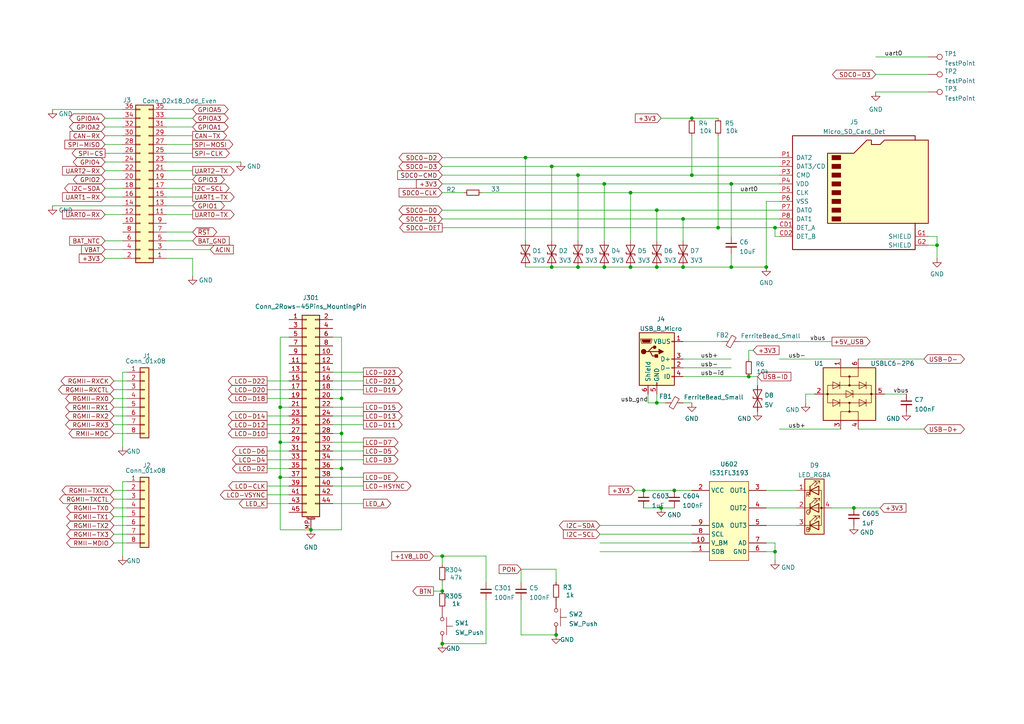
<source format=kicad_sch>
(kicad_sch (version 20211123) (generator eeschema)
  (paper "A4")
  (lib_symbols
    (symbol "Connector:TestPoint" (pin_numbers hide) (pin_names (offset 0.762) hide)
      (property "Reference" "TP" (at 0 6.858 0))
      (property "Value" "TestPoint" (at 0 5.08 0))
      (symbol "TestPoint_1_1"
        (pin passive line (at 0 0 90) (length 2.54) (name "1") (number "1"))
      )
    )
    (symbol "Connector:USB_B_Micro" (pin_names (offset 1.016))
      (property "Reference" "J" (at -5.08 11.43 0))
      (property "Value" "USB_B_Micro" (at -5.08 8.89 0))
      (symbol "USB_B_Micro_1_1"
        (pin power_out line (at 7.62 5.08 180) (length 2.54) (name "VBUS") (number "1"))
        (pin bidirectional line (at 7.62 -2.54 180) (length 2.54) (name "D-") (number "2"))
        (pin bidirectional line (at 7.62 0 180) (length 2.54) (name "D+") (number "3"))
        (pin passive line (at 7.62 -5.08 180) (length 2.54) (name "ID") (number "4"))
        (pin power_out line (at 0 -10.16 90) (length 2.54) (name "GND") (number "5"))
        (pin passive line (at -2.54 -10.16 90) (length 2.54) (name "Shield") (number "6"))
      )
    )
    (symbol "Connector_Generic:Conn_01x08" (pin_names (offset 1.016) hide)
      (property "Reference" "J" (at 0 10.16 0))
      (property "Value" "Conn_01x08" (at 0 -12.7 0))
      (symbol "Conn_01x08_1_1"
        (pin passive line (at -5.08 7.62 0) (length 3.81) (name "Pin_1") (number "1"))
        (pin passive line (at -5.08 5.08 0) (length 3.81) (name "Pin_2") (number "2"))
        (pin passive line (at -5.08 2.54 0) (length 3.81) (name "Pin_3") (number "3"))
        (pin passive line (at -5.08 0 0) (length 3.81) (name "Pin_4") (number "4"))
        (pin passive line (at -5.08 -2.54 0) (length 3.81) (name "Pin_5") (number "5"))
        (pin passive line (at -5.08 -5.08 0) (length 3.81) (name "Pin_6") (number "6"))
        (pin passive line (at -5.08 -7.62 0) (length 3.81) (name "Pin_7") (number "7"))
        (pin passive line (at -5.08 -10.16 0) (length 3.81) (name "Pin_8") (number "8"))
      )
    )
    (symbol "Connector_Generic:Conn_02x18_Odd_Even" (pin_names (offset 1.016) hide)
      (property "Reference" "J" (at 1.27 22.86 0))
      (property "Value" "Conn_02x18_Odd_Even" (at 1.27 -25.4 0))
      (symbol "Conn_02x18_Odd_Even_1_1"
        (pin passive line (at -5.08 20.32 0) (length 3.81) (name "Pin_1") (number "1"))
        (pin passive line (at 7.62 10.16 180) (length 3.81) (name "Pin_10") (number "10"))
        (pin passive line (at -5.08 7.62 0) (length 3.81) (name "Pin_11") (number "11"))
        (pin passive line (at 7.62 7.62 180) (length 3.81) (name "Pin_12") (number "12"))
        (pin passive line (at -5.08 5.08 0) (length 3.81) (name "Pin_13") (number "13"))
        (pin passive line (at 7.62 5.08 180) (length 3.81) (name "Pin_14") (number "14"))
        (pin passive line (at -5.08 2.54 0) (length 3.81) (name "Pin_15") (number "15"))
        (pin passive line (at 7.62 2.54 180) (length 3.81) (name "Pin_16") (number "16"))
        (pin passive line (at -5.08 0 0) (length 3.81) (name "Pin_17") (number "17"))
        (pin passive line (at 7.62 0 180) (length 3.81) (name "Pin_18") (number "18"))
        (pin passive line (at -5.08 -2.54 0) (length 3.81) (name "Pin_19") (number "19"))
        (pin passive line (at 7.62 20.32 180) (length 3.81) (name "Pin_2") (number "2"))
        (pin passive line (at 7.62 -2.54 180) (length 3.81) (name "Pin_20") (number "20"))
        (pin passive line (at -5.08 -5.08 0) (length 3.81) (name "Pin_21") (number "21"))
        (pin passive line (at 7.62 -5.08 180) (length 3.81) (name "Pin_22") (number "22"))
        (pin passive line (at -5.08 -7.62 0) (length 3.81) (name "Pin_23") (number "23"))
        (pin passive line (at 7.62 -7.62 180) (length 3.81) (name "Pin_24") (number "24"))
        (pin passive line (at -5.08 -10.16 0) (length 3.81) (name "Pin_25") (number "25"))
        (pin passive line (at 7.62 -10.16 180) (length 3.81) (name "Pin_26") (number "26"))
        (pin passive line (at -5.08 -12.7 0) (length 3.81) (name "Pin_27") (number "27"))
        (pin passive line (at 7.62 -12.7 180) (length 3.81) (name "Pin_28") (number "28"))
        (pin passive line (at -5.08 -15.24 0) (length 3.81) (name "Pin_29") (number "29"))
        (pin passive line (at -5.08 17.78 0) (length 3.81) (name "Pin_3") (number "3"))
        (pin passive line (at 7.62 -15.24 180) (length 3.81) (name "Pin_30") (number "30"))
        (pin passive line (at -5.08 -17.78 0) (length 3.81) (name "Pin_31") (number "31"))
        (pin passive line (at 7.62 -17.78 180) (length 3.81) (name "Pin_32") (number "32"))
        (pin passive line (at -5.08 -20.32 0) (length 3.81) (name "Pin_33") (number "33"))
        (pin passive line (at 7.62 -20.32 180) (length 3.81) (name "Pin_34") (number "34"))
        (pin passive line (at -5.08 -22.86 0) (length 3.81) (name "Pin_35") (number "35"))
        (pin passive line (at 7.62 -22.86 180) (length 3.81) (name "Pin_36") (number "36"))
        (pin passive line (at 7.62 17.78 180) (length 3.81) (name "Pin_4") (number "4"))
        (pin passive line (at -5.08 15.24 0) (length 3.81) (name "Pin_5") (number "5"))
        (pin passive line (at 7.62 15.24 180) (length 3.81) (name "Pin_6") (number "6"))
        (pin passive line (at -5.08 12.7 0) (length 3.81) (name "Pin_7") (number "7"))
        (pin passive line (at 7.62 12.7 180) (length 3.81) (name "Pin_8") (number "8"))
        (pin passive line (at -5.08 10.16 0) (length 3.81) (name "Pin_9") (number "9"))
      )
    )
    (symbol "Connector_Generic_MountingPin:Conn_2Rows-45Pins_MountingPin" (pin_names (offset 1.016) hide)
      (property "Reference" "J" (at 1.27 30.48 0))
      (property "Value" "Conn_2Rows-45Pins_MountingPin" (at 2.54 -30.48 0))
      (symbol "Conn_2Rows-45Pins_MountingPin_1_1"
        (text "Mounting" (at 1.27 -29.591 0) (effects (font (size 0.381 0.381))))
        (pin passive line (at -5.08 27.94 0) (length 3.81) (name "Pin_1") (number "1"))
        (pin passive line (at 7.62 17.78 180) (length 3.81) (name "Pin_10") (number "10"))
        (pin passive line (at -5.08 15.24 0) (length 3.81) (name "Pin_11") (number "11"))
        (pin passive line (at 7.62 15.24 180) (length 3.81) (name "Pin_12") (number "12"))
        (pin passive line (at -5.08 12.7 0) (length 3.81) (name "Pin_13") (number "13"))
        (pin passive line (at 7.62 12.7 180) (length 3.81) (name "Pin_14") (number "14"))
        (pin passive line (at -5.08 10.16 0) (length 3.81) (name "Pin_15") (number "15"))
        (pin passive line (at 7.62 10.16 180) (length 3.81) (name "Pin_16") (number "16"))
        (pin passive line (at -5.08 7.62 0) (length 3.81) (name "Pin_17") (number "17"))
        (pin passive line (at 7.62 7.62 180) (length 3.81) (name "Pin_18") (number "18"))
        (pin passive line (at -5.08 5.08 0) (length 3.81) (name "Pin_19") (number "19"))
        (pin passive line (at 7.62 27.94 180) (length 3.81) (name "Pin_2") (number "2"))
        (pin passive line (at 7.62 5.08 180) (length 3.81) (name "Pin_20") (number "20"))
        (pin passive line (at -5.08 2.54 0) (length 3.81) (name "Pin_21") (number "21"))
        (pin passive line (at 7.62 2.54 180) (length 3.81) (name "Pin_22") (number "22"))
        (pin passive line (at -5.08 0 0) (length 3.81) (name "Pin_23") (number "23"))
        (pin passive line (at 7.62 0 180) (length 3.81) (name "Pin_24") (number "24"))
        (pin passive line (at -5.08 -2.54 0) (length 3.81) (name "Pin_25") (number "25"))
        (pin passive line (at 7.62 -2.54 180) (length 3.81) (name "Pin_26") (number "26"))
        (pin passive line (at -5.08 -5.08 0) (length 3.81) (name "Pin_27") (number "27"))
        (pin passive line (at 7.62 -5.08 180) (length 3.81) (name "Pin_28") (number "28"))
        (pin passive line (at -5.08 -7.62 0) (length 3.81) (name "Pin_29") (number "29"))
        (pin passive line (at -5.08 25.4 0) (length 3.81) (name "Pin_3") (number "3"))
        (pin passive line (at 7.62 -7.62 180) (length 3.81) (name "Pin_30") (number "30"))
        (pin passive line (at -5.08 -10.16 0) (length 3.81) (name "Pin_31") (number "31"))
        (pin passive line (at 7.62 -10.16 180) (length 3.81) (name "Pin_32") (number "32"))
        (pin passive line (at -5.08 -12.7 0) (length 3.81) (name "Pin_33") (number "33"))
        (pin passive line (at 7.62 -12.7 180) (length 3.81) (name "Pin_34") (number "34"))
        (pin passive line (at -5.08 -15.24 0) (length 3.81) (name "Pin_35") (number "35"))
        (pin passive line (at 7.62 -15.24 180) (length 3.81) (name "Pin_36") (number "36"))
        (pin passive line (at -5.08 -17.78 0) (length 3.81) (name "Pin_37") (number "37"))
        (pin passive line (at 7.62 -17.78 180) (length 3.81) (name "Pin_38") (number "38"))
        (pin passive line (at -5.08 -20.32 0) (length 3.81) (name "Pin_39") (number "39"))
        (pin passive line (at 7.62 25.4 180) (length 3.81) (name "Pin_4") (number "4"))
        (pin passive line (at 7.62 -20.32 180) (length 3.81) (name "Pin_40") (number "40"))
        (pin passive line (at -5.08 -22.86 0) (length 3.81) (name "Pin_41") (number "41"))
        (pin passive line (at 7.62 -22.86 180) (length 3.81) (name "Pin_42") (number "42"))
        (pin passive line (at -5.08 -25.4 0) (length 3.81) (name "Pin_43") (number "43"))
        (pin passive line (at 7.62 -25.4 180) (length 3.81) (name "Pin_44") (number "44"))
        (pin passive line (at -5.08 -27.94 0) (length 3.81) (name "Pin_45") (number "45"))
        (pin passive line (at -5.08 22.86 0) (length 3.81) (name "Pin_5") (number "5"))
        (pin passive line (at 7.62 22.86 180) (length 3.81) (name "Pin_6") (number "6"))
        (pin passive line (at -5.08 20.32 0) (length 3.81) (name "Pin_7") (number "7"))
        (pin passive line (at 7.62 20.32 180) (length 3.81) (name "Pin_8") (number "8"))
        (pin passive line (at -5.08 17.78 0) (length 3.81) (name "Pin_9") (number "9"))
        (pin passive line (at 1.27 -33.02 90) (length 3.048) (name "MountPin") (number "MP"))
      )
    )
    (symbol "Device:C_Small" (pin_numbers hide) (pin_names (offset 0.254) hide)
      (property "Reference" "C" (at 0.254 1.778 0))
      (property "Value" "C_Small" (at 0.254 -2.032 0))
      (symbol "C_Small_1_1"
        (pin passive line (at 0 2.54 270) (length 2.032) (name "~") (number "1"))
        (pin passive line (at 0 -2.54 90) (length 2.032) (name "~") (number "2"))
      )
    )
    (symbol "Device:FerriteBead_Small" (pin_numbers hide) (pin_names (offset 0))
      (property "Reference" "FB" (at 1.905 1.27 0))
      (property "Value" "FerriteBead_Small" (at 1.905 -1.27 0))
      (symbol "FerriteBead_Small_1_1"
        (pin passive line (at 0 2.54 270) (length 1.27) (name "~") (number "1"))
        (pin passive line (at 0 -2.54 90) (length 1.27) (name "~") (number "2"))
      )
    )
    (symbol "Device:LED_RGBA" (pin_names (offset 0) hide)
      (property "Reference" "D" (at 0 9.398 0))
      (property "Value" "LED_RGBA" (at 0 -8.89 0))
      (symbol "LED_RGBA_0_0"
        (text "B" (at -1.905 -6.35 0) (effects (font (size 1.27 1.27))))
        (text "G" (at -1.905 -1.27 0) (effects (font (size 1.27 1.27))))
        (text "R" (at -1.905 3.81 0) (effects (font (size 1.27 1.27))))
      )
      (symbol "LED_RGBA_1_1"
        (pin passive line (at -5.08 5.08 0) (length 2.54) (name "RK") (number "1"))
        (pin passive line (at -5.08 0 0) (length 2.54) (name "GK") (number "2"))
        (pin passive line (at -5.08 -5.08 0) (length 2.54) (name "BK") (number "3"))
        (pin passive line (at 5.08 0 180) (length 2.54) (name "A") (number "4"))
      )
    )
    (symbol "Device:R_Small" (pin_numbers hide) (pin_names (offset 0.254) hide)
      (property "Reference" "R" (at 0.762 0.508 0))
      (property "Value" "R_Small" (at 0.762 -1.016 0))
      (symbol "R_Small_1_1"
        (pin passive line (at 0 2.54 270) (length 0.762) (name "~") (number "1"))
        (pin passive line (at 0 -2.54 90) (length 0.762) (name "~") (number "2"))
      )
    )
    (symbol "Diode:ESD9B3.3ST5G" (pin_numbers hide) (pin_names (offset 1.016) hide)
      (property "Reference" "D" (at 0 2.54 0))
      (property "Value" "ESD9B3.3ST5G" (at 0 -2.54 0))
      (symbol "ESD9B3.3ST5G_1_1"
        (pin passive line (at -3.81 0 0) (length 2.54) (name "A1") (number "1"))
        (pin passive line (at 3.81 0 180) (length 2.54) (name "A2") (number "2"))
      )
    )
    (symbol "Power_Protection:USBLC6-2P6" (pin_names hide)
      (property "Reference" "U" (at 2.54 8.89 0))
      (property "Value" "USBLC6-2P6" (at 2.54 -8.89 0))
      (symbol "USBLC6-2P6_1_1"
        (pin passive line (at -10.16 -2.54 0) (length 2.54) (name "I/O1") (number "1"))
        (pin passive line (at 0 -10.16 90) (length 2.54) (name "GND") (number "2"))
        (pin passive line (at 10.16 -2.54 180) (length 2.54) (name "I/O2") (number "3"))
        (pin passive line (at 10.16 2.54 180) (length 2.54) (name "I/O2") (number "4"))
        (pin passive line (at 0 10.16 270) (length 2.54) (name "VBUS") (number "5"))
        (pin passive line (at -10.16 2.54 0) (length 2.54) (name "I/O1") (number "6"))
      )
    )
    (symbol "Switch:SW_Push" (pin_numbers hide) (pin_names (offset 1.016) hide)
      (property "Reference" "SW" (at 1.27 2.54 0))
      (property "Value" "SW_Push" (at 0 -1.524 0))
      (symbol "SW_Push_0_1"
        (pin passive line (at -5.08 0 0) (length 2.54) (name "1") (number "1"))
        (pin passive line (at 5.08 0 180) (length 2.54) (name "2") (number "2"))
      )
    )
    (symbol "gct:Micro_SD_Card_Det" (pin_names (offset 1.016))
      (property "Reference" "J" (at -16.51 17.78 0))
      (property "Value" "Micro_SD_Card_Det" (at 16.51 17.78 0))
      (symbol "Micro_SD_Card_Det_1_1"
        (pin passive line (at -22.86 -10.16 0) (length 3.81) (name "DET_A") (number "CD1"))
        (pin passive line (at -22.86 -12.7 0) (length 3.81) (name "DET_B") (number "CD2"))
        (pin passive line (at 20.32 -12.7 180) (length 3.81) (name "SHIELD") (number "G1"))
        (pin passive line (at 20.32 -15.24 180) (length 3.81) (name "SHIELD") (number "G2"))
        (pin bidirectional line (at -22.86 10.16 0) (length 3.81) (name "DAT2") (number "P1"))
        (pin bidirectional line (at -22.86 7.62 0) (length 3.81) (name "DAT3/CD") (number "P2"))
        (pin input line (at -22.86 5.08 0) (length 3.81) (name "CMD") (number "P3"))
        (pin power_in line (at -22.86 2.54 0) (length 3.81) (name "VDD") (number "P4"))
        (pin input line (at -22.86 0 0) (length 3.81) (name "CLK") (number "P5"))
        (pin power_in line (at -22.86 -2.54 0) (length 3.81) (name "VSS") (number "P6"))
        (pin bidirectional line (at -22.86 -5.08 0) (length 3.81) (name "DAT0") (number "P7"))
        (pin bidirectional line (at -22.86 -7.62 0) (length 3.81) (name "DAT1") (number "P8"))
      )
    )
    (symbol "issi:IS31FL3193"
      (property "Reference" "U" (at 0 6.35 0))
      (property "Value" "IS31FL3193" (at 0 3.81 0))
      (symbol "IS31FL3193_1_1"
        (pin input line (at -11.43 -20.32 0) (length 5.08) (name "SDB") (number "1"))
        (pin input line (at -11.43 -17.78 0) (length 5.08) (name "V_BM") (number "10"))
        (pin input line (at 10.16 -20.32 180) (length 5.08) hide (name "GND") (number "11"))
        (pin input line (at -11.43 -2.54 0) (length 5.08) (name "VCC") (number "2"))
        (pin input line (at 10.16 -2.54 180) (length 5.08) (name "OUT1") (number "3"))
        (pin input line (at 10.16 -7.62 180) (length 5.08) (name "OUT2") (number "4"))
        (pin input line (at 10.16 -12.7 180) (length 5.08) (name "OUT3") (number "5"))
        (pin input line (at 10.16 -20.32 180) (length 5.08) (name "GND") (number "6"))
        (pin input line (at 10.16 -17.78 180) (length 5.08) (name "AD") (number "7"))
        (pin input line (at -11.43 -15.24 0) (length 5.08) (name "SCL") (number "8"))
        (pin input line (at -11.43 -12.7 0) (length 5.08) (name "SDA") (number "9"))
      )
    )
    (symbol "power:GND" (power) (pin_names (offset 0))
      (property "Value" "GND" (at 0 -3.81 0))
      (symbol "GND_1_1"
        (pin power_in line (at 0 0 270) (length 0) hide (name "GND") (number "1"))
      )
    )
  )
  (junction (at 161.29 184.15))
  (junction (at 198.12 63.5) (diameter 0.9144))
  (junction (at 175.26 53.34) (diameter 0.9144))
  (junction (at 175.26 77.47) (diameter 0.9144))
  (junction (at 167.64 77.47) (diameter 0.9144))
  (junction (at 224.79 66.04) (diameter 0.9144))
  (junction (at 200.66 50.8) (diameter 0.9144))
  (junction (at 190.5 77.47) (diameter 0.9144))
  (junction (at 208.28 66.04) (diameter 0.9144))
  (junction (at 271.78 71.12) (diameter 0.9144))
  (junction (at 160.02 48.26) (diameter 0.9144))
  (junction (at 152.4 45.72) (diameter 0.9144))
  (junction (at 198.12 77.47) (diameter 0.9144))
  (junction (at 212.09 77.47) (diameter 0.9144))
  (junction (at 195.58 142.24))
  (junction (at 160.02 77.47) (diameter 0.9144))
  (junction (at 182.88 55.88) (diameter 0.9144))
  (junction (at 99.06 125.73))
  (junction (at 217.17 109.22))
  (junction (at 190.5 116.84) (diameter 0.9144))
  (junction (at 128.27 161.29))
  (junction (at 99.06 115.57))
  (junction (at 191.77 147.32))
  (junction (at 81.28 128.27))
  (junction (at 212.09 53.34) (diameter 0.9144))
  (junction (at 222.25 77.47) (diameter 0.9144))
  (junction (at 224.79 160.02))
  (junction (at 167.64 50.8) (diameter 0.9144))
  (junction (at 200.66 34.29))
  (junction (at 186.69 142.24))
  (junction (at 81.28 138.43))
  (junction (at 128.27 171.45))
  (junction (at 128.27 186.69))
  (junction (at 99.06 135.89))
  (junction (at 81.28 118.11))
  (junction (at 182.88 77.47) (diameter 0.9144))
  (junction (at 190.5 60.96) (diameter 0.9144))
  (junction (at 247.65 147.32))
  (junction (at 90.17 153.67))
  (wire (pts (xy 160.02 77.47) (xy 167.64 77.47)))
  (wire (pts (xy 33.02 157.48) (xy 36.83 157.48)))
  (wire (pts (xy 30.48 44.45) (xy 35.56 44.45)))
  (wire (pts (xy 30.48 54.61) (xy 35.56 54.61)))
  (wire (pts (xy 48.26 41.91) (xy 55.88 41.91)))
  (wire (pts (xy 96.52 140.97) (xy 105.41 140.97)))
  (wire (pts (xy 96.52 97.79) (xy 99.06 97.79)))
  (wire (pts (xy 248.92 104.14) (xy 267.97 104.14)))
  (wire (pts (xy 198.12 109.22) (xy 217.17 109.22)))
  (wire (pts (xy 77.47 140.97) (xy 83.82 140.97)))
  (wire (pts (xy 151.13 184.15) (xy 161.29 184.15)))
  (wire (pts (xy 33.02 154.94) (xy 36.83 154.94)))
  (wire (pts (xy 190.5 116.84) (xy 193.04 116.84)))
  (wire (pts (xy 99.06 125.73) (xy 99.06 135.89)))
  (wire (pts (xy 77.47 125.73) (xy 83.82 125.73)))
  (wire (pts (xy 96.52 125.73) (xy 99.06 125.73)))
  (wire (pts (xy 226.06 104.14) (xy 243.84 104.14)))
  (wire (pts (xy 30.48 36.83) (xy 35.56 36.83)))
  (wire (pts (xy 187.96 114.3) (xy 187.96 116.84)))
  (wire (pts (xy 254 26.67) (xy 269.24 26.67)))
  (wire (pts (xy 160.02 48.26) (xy 226.06 48.26)))
  (wire (pts (xy 33.02 149.86) (xy 36.83 149.86)))
  (wire (pts (xy 30.48 49.53) (xy 35.56 49.53)))
  (wire (pts (xy 81.28 138.43) (xy 81.28 153.67)))
  (wire (pts (xy 125.73 171.45) (xy 128.27 171.45)))
  (wire (pts (xy 48.26 59.69) (xy 55.88 59.69)))
  (wire (pts (xy 81.28 138.43) (xy 83.82 138.43)))
  (wire (pts (xy 33.02 118.11) (xy 36.83 118.11)))
  (wire (pts (xy 224.79 160.02) (xy 224.79 162.56)))
  (wire (pts (xy 222.25 157.48) (xy 224.79 157.48)))
  (wire (pts (xy 224.79 157.48) (xy 224.79 160.02)))
  (wire (pts (xy 96.52 107.95) (xy 105.41 107.95)))
  (wire (pts (xy 173.99 154.94) (xy 200.66 154.94)))
  (wire (pts (xy 214.63 99.06) (xy 241.3 99.06)))
  (wire (pts (xy 30.48 62.23) (xy 35.56 62.23)))
  (wire (pts (xy 99.06 153.67) (xy 90.17 153.67)))
  (wire (pts (xy 48.26 46.99) (xy 69.85 46.99)))
  (wire (pts (xy 33.02 113.03) (xy 36.83 113.03)))
  (wire (pts (xy 187.96 116.84) (xy 190.5 116.84)))
  (wire (pts (xy 99.06 115.57) (xy 99.06 125.73)))
  (wire (pts (xy 48.26 54.61) (xy 55.88 54.61)))
  (wire (pts (xy 77.47 130.81) (xy 83.82 130.81)))
  (wire (pts (xy 48.26 39.37) (xy 55.88 39.37)))
  (wire (pts (xy 173.99 157.48) (xy 200.66 157.48)))
  (wire (pts (xy 139.7 55.88) (xy 182.88 55.88)))
  (wire (pts (xy 30.48 69.85) (xy 35.56 69.85)))
  (wire (pts (xy 48.26 57.15) (xy 55.88 57.15)))
  (wire (pts (xy 152.4 45.72) (xy 226.06 45.72)))
  (wire (pts (xy 128.27 55.88) (xy 134.62 55.88)))
  (wire (pts (xy 96.52 120.65) (xy 105.41 120.65)))
  (wire (pts (xy 271.78 71.12) (xy 271.78 74.93)))
  (wire (pts (xy 33.02 123.19) (xy 36.83 123.19)))
  (wire (pts (xy 99.06 135.89) (xy 99.06 153.67)))
  (wire (pts (xy 198.12 77.47) (xy 212.09 77.47)))
  (wire (pts (xy 15.24 31.75) (xy 35.56 31.75)))
  (wire (pts (xy 48.26 67.31) (xy 55.88 67.31)))
  (wire (pts (xy 81.28 118.11) (xy 83.82 118.11)))
  (wire (pts (xy 226.06 58.42) (xy 222.25 58.42)))
  (wire (pts (xy 161.29 168.91) (xy 161.29 165.1)))
  (wire (pts (xy 167.64 50.8) (xy 200.66 50.8)))
  (wire (pts (xy 198.12 104.14) (xy 212.09 104.14)))
  (wire (pts (xy 15.24 59.69) (xy 35.56 59.69)))
  (wire (pts (xy 167.64 77.47) (xy 175.26 77.47)))
  (wire (pts (xy 217.17 104.14) (xy 217.17 101.6)))
  (wire (pts (xy 191.77 34.29) (xy 200.66 34.29)))
  (wire (pts (xy 161.29 165.1) (xy 151.13 165.1)))
  (wire (pts (xy 48.26 74.93) (xy 55.88 74.93)))
  (wire (pts (xy 128.27 186.69) (xy 140.97 186.69)))
  (wire (pts (xy 140.97 186.69) (xy 140.97 173.99)))
  (wire (pts (xy 48.26 72.39) (xy 60.96 72.39)))
  (wire (pts (xy 233.68 114.3) (xy 233.68 116.84)))
  (wire (pts (xy 200.66 50.8) (xy 226.06 50.8)))
  (wire (pts (xy 96.52 118.11) (xy 105.41 118.11)))
  (wire (pts (xy 224.79 68.58) (xy 224.79 66.04)))
  (wire (pts (xy 96.52 138.43) (xy 105.41 138.43)))
  (wire (pts (xy 81.28 153.67) (xy 90.17 153.67)))
  (wire (pts (xy 208.28 66.04) (xy 224.79 66.04)))
  (wire (pts (xy 36.83 107.95) (xy 35.56 107.95)))
  (wire (pts (xy 151.13 173.99) (xy 151.13 184.15)))
  (wire (pts (xy 96.52 135.89) (xy 99.06 135.89)))
  (wire (pts (xy 175.26 77.47) (xy 182.88 77.47)))
  (wire (pts (xy 175.26 53.34) (xy 175.26 69.85)))
  (wire (pts (xy 81.28 118.11) (xy 81.28 128.27)))
  (wire (pts (xy 222.25 152.4) (xy 231.14 152.4)))
  (wire (pts (xy 128.27 161.29) (xy 128.27 163.83)))
  (wire (pts (xy 212.09 77.47) (xy 222.25 77.47)))
  (wire (pts (xy 198.12 99.06) (xy 209.55 99.06)))
  (wire (pts (xy 33.02 120.65) (xy 36.83 120.65)))
  (wire (pts (xy 77.47 146.05) (xy 83.82 146.05)))
  (wire (pts (xy 224.79 66.04) (xy 226.06 66.04)))
  (wire (pts (xy 198.12 106.68) (xy 212.09 106.68)))
  (wire (pts (xy 167.64 50.8) (xy 167.64 69.85)))
  (wire (pts (xy 48.26 52.07) (xy 55.88 52.07)))
  (wire (pts (xy 77.47 110.49) (xy 83.82 110.49)))
  (wire (pts (xy 254 21.59) (xy 269.24 21.59)))
  (wire (pts (xy 152.4 77.47) (xy 160.02 77.47)))
  (wire (pts (xy 190.5 60.96) (xy 190.5 69.85)))
  (wire (pts (xy 190.5 77.47) (xy 198.12 77.47)))
  (wire (pts (xy 128.27 45.72) (xy 152.4 45.72)))
  (wire (pts (xy 30.48 74.93) (xy 35.56 74.93)))
  (wire (pts (xy 254 16.51) (xy 269.24 16.51)))
  (wire (pts (xy 96.52 146.05) (xy 105.41 146.05)))
  (wire (pts (xy 96.52 128.27) (xy 105.41 128.27)))
  (wire (pts (xy 77.47 135.89) (xy 83.82 135.89)))
  (wire (pts (xy 128.27 53.34) (xy 175.26 53.34)))
  (wire (pts (xy 33.02 147.32) (xy 36.83 147.32)))
  (wire (pts (xy 182.88 55.88) (xy 226.06 55.88)))
  (wire (pts (xy 212.09 53.34) (xy 212.09 68.58)))
  (wire (pts (xy 152.4 45.72) (xy 152.4 69.85)))
  (wire (pts (xy 36.83 139.7) (xy 35.56 139.7)))
  (wire (pts (xy 190.5 114.3) (xy 190.5 116.84)))
  (wire (pts (xy 219.71 109.22) (xy 219.71 111.76)))
  (wire (pts (xy 77.47 115.57) (xy 83.82 115.57)))
  (wire (pts (xy 96.52 113.03) (xy 105.41 113.03)))
  (wire (pts (xy 35.56 139.7) (xy 35.56 161.29)))
  (wire (pts (xy 222.25 58.42) (xy 222.25 77.47)))
  (wire (pts (xy 48.26 44.45) (xy 55.88 44.45)))
  (wire (pts (xy 200.66 39.37) (xy 200.66 50.8)))
  (wire (pts (xy 128.27 63.5) (xy 198.12 63.5)))
  (wire (pts (xy 48.26 62.23) (xy 55.88 62.23)))
  (wire (pts (xy 77.47 120.65) (xy 83.82 120.65)))
  (wire (pts (xy 271.78 68.58) (xy 271.78 71.12)))
  (wire (pts (xy 140.97 161.29) (xy 128.27 161.29)))
  (wire (pts (xy 140.97 168.91) (xy 140.97 161.29)))
  (wire (pts (xy 125.73 161.29) (xy 128.27 161.29)))
  (wire (pts (xy 33.02 110.49) (xy 36.83 110.49)))
  (wire (pts (xy 81.28 128.27) (xy 83.82 128.27)))
  (wire (pts (xy 243.84 124.46) (xy 226.06 124.46)))
  (wire (pts (xy 30.48 52.07) (xy 35.56 52.07)))
  (wire (pts (xy 55.88 74.93) (xy 55.88 80.01)))
  (wire (pts (xy 217.17 101.6) (xy 218.44 101.6)))
  (wire (pts (xy 128.27 60.96) (xy 190.5 60.96)))
  (wire (pts (xy 81.28 128.27) (xy 81.28 138.43)))
  (wire (pts (xy 182.88 77.47) (xy 190.5 77.47)))
  (wire (pts (xy 248.92 124.46) (xy 267.97 124.46)))
  (wire (pts (xy 77.47 133.35) (xy 83.82 133.35)))
  (wire (pts (xy 81.28 97.79) (xy 81.28 118.11)))
  (wire (pts (xy 96.52 115.57) (xy 99.06 115.57)))
  (wire (pts (xy 190.5 60.96) (xy 226.06 60.96)))
  (wire (pts (xy 226.06 68.58) (xy 224.79 68.58)))
  (wire (pts (xy 30.48 39.37) (xy 35.56 39.37)))
  (wire (pts (xy 184.15 142.24) (xy 186.69 142.24)))
  (wire (pts (xy 186.69 142.24) (xy 195.58 142.24)))
  (wire (pts (xy 195.58 142.24) (xy 200.66 142.24)))
  (wire (pts (xy 241.3 147.32) (xy 247.65 147.32)))
  (wire (pts (xy 247.65 147.32) (xy 255.27 147.32)))
  (wire (pts (xy 222.25 160.02) (xy 224.79 160.02)))
  (wire (pts (xy 222.25 142.24) (xy 231.14 142.24)))
  (wire (pts (xy 173.99 152.4) (xy 200.66 152.4)))
  (wire (pts (xy 175.26 53.34) (xy 212.09 53.34)))
  (wire (pts (xy 208.28 39.37) (xy 208.28 66.04)))
  (wire (pts (xy 151.13 165.1) (xy 151.13 168.91)))
  (wire (pts (xy 48.26 31.75) (xy 55.88 31.75)))
  (wire (pts (xy 96.52 133.35) (xy 105.41 133.35)))
  (wire (pts (xy 96.52 123.19) (xy 105.41 123.19)))
  (wire (pts (xy 222.25 147.32) (xy 231.14 147.32)))
  (wire (pts (xy 128.27 168.91) (xy 128.27 171.45)))
  (wire (pts (xy 30.48 41.91) (xy 35.56 41.91)))
  (wire (pts (xy 48.26 34.29) (xy 55.88 34.29)))
  (wire (pts (xy 128.27 66.04) (xy 208.28 66.04)))
  (wire (pts (xy 30.48 46.99) (xy 35.56 46.99)))
  (wire (pts (xy 173.99 160.02) (xy 200.66 160.02)))
  (wire (pts (xy 198.12 63.5) (xy 198.12 69.85)))
  (wire (pts (xy 35.56 107.95) (xy 35.56 129.54)))
  (wire (pts (xy 33.02 125.73) (xy 36.83 125.73)))
  (wire (pts (xy 83.82 97.79) (xy 81.28 97.79)))
  (wire (pts (xy 30.48 57.15) (xy 35.56 57.15)))
  (wire (pts (xy 200.66 34.29) (xy 208.28 34.29)))
  (wire (pts (xy 96.52 110.49) (xy 105.41 110.49)))
  (wire (pts (xy 33.02 144.78) (xy 36.83 144.78)))
  (wire (pts (xy 269.24 68.58) (xy 271.78 68.58)))
  (wire (pts (xy 256.54 114.3) (xy 262.89 114.3)))
  (wire (pts (xy 191.77 147.32) (xy 195.58 147.32)))
  (wire (pts (xy 186.69 147.32) (xy 191.77 147.32)))
  (wire (pts (xy 198.12 63.5) (xy 226.06 63.5)))
  (wire (pts (xy 77.47 143.51) (xy 83.82 143.51)))
  (wire (pts (xy 30.48 34.29) (xy 35.56 34.29)))
  (wire (pts (xy 48.26 36.83) (xy 55.88 36.83)))
  (wire (pts (xy 30.48 72.39) (xy 35.56 72.39)))
  (wire (pts (xy 160.02 48.26) (xy 160.02 69.85)))
  (wire (pts (xy 77.47 123.19) (xy 83.82 123.19)))
  (wire (pts (xy 48.26 69.85) (xy 55.88 69.85)))
  (wire (pts (xy 99.06 97.79) (xy 99.06 115.57)))
  (wire (pts (xy 182.88 55.88) (xy 182.88 69.85)))
  (wire (pts (xy 128.27 50.8) (xy 167.64 50.8)))
  (wire (pts (xy 33.02 142.24) (xy 36.83 142.24)))
  (wire (pts (xy 128.27 48.26) (xy 160.02 48.26)))
  (wire (pts (xy 48.26 49.53) (xy 55.88 49.53)))
  (wire (pts (xy 33.02 152.4) (xy 36.83 152.4)))
  (wire (pts (xy 77.47 113.03) (xy 83.82 113.03)))
  (wire (pts (xy 269.24 71.12) (xy 271.78 71.12)))
  (wire (pts (xy 33.02 115.57) (xy 36.83 115.57)))
  (wire (pts (xy 198.12 116.84) (xy 200.66 116.84)))
  (wire (pts (xy 96.52 130.81) (xy 105.41 130.81)))
  (wire (pts (xy 217.17 109.22) (xy 219.71 109.22)))
  (wire (pts (xy 212.09 53.34) (xy 226.06 53.34)))
  (wire (pts (xy 212.09 73.66) (xy 212.09 77.47)))
  (wire (pts (xy 236.22 114.3) (xy 233.68 114.3)))
  (label "usb-" (at 228.6 104.14 0))
  (label "vbus" (at 259.08 114.3 0))
  (label "vbus" (at 234.95 99.06 0))
  (label "usb-id" (at 203.2 109.22 0))
  (label "uart0" (at 256.54 16.51 0))
  (label "usb+" (at 228.6 124.46 0))
  (label "uart0" (at 214.63 55.88 0))
  (label "usb_gnd" (at 187.96 116.84 180))
  (label "usb-" (at 203.2 106.68 0))
  (label "usb+" (at 203.2 104.14 0))
  (global_label "GPIO1" (shape bidirectional) (at 55.88 59.69 0) (property "Intersheet References" "${INTERSHEET_REFS}" (effects hide)))
  (global_label "RMII-MDC" (shape bidirectional) (at 33.02 125.73 180) (property "Intersheet References" "${INTERSHEET_REFS}" (effects hide)))
  (global_label "UART1-RX" (shape input) (at 30.48 57.15 180) (property "Intersheet References" "${INTERSHEET_REFS}" (effects hide)))
  (global_label "UART0-TX" (shape output) (at 55.88 62.23 0) (property "Intersheet References" "${INTERSHEET_REFS}" (effects hide)))
  (global_label "LCD-D14" (shape output) (at 77.47 120.65 180) (property "Intersheet References" "${INTERSHEET_REFS}" (effects hide)))
  (global_label "I2C-SDA" (shape bidirectional) (at 30.48 54.61 180) (property "Intersheet References" "${INTERSHEET_REFS}" (effects hide)))
  (global_label "SDC0-CMD" (shape input) (at 128.27 50.8 180) (property "Intersheet References" "${INTERSHEET_REFS}" (effects hide)))
  (global_label "SDC0-D1" (shape bidirectional) (at 128.27 63.5 180) (property "Intersheet References" "${INTERSHEET_REFS}" (effects hide)))
  (global_label "LCD-D12" (shape output) (at 77.47 123.19 180) (property "Intersheet References" "${INTERSHEET_REFS}" (effects hide)))
  (global_label "LCD-D15" (shape output) (at 105.41 118.11 0) (property "Intersheet References" "${INTERSHEET_REFS}" (effects hide)))
  (global_label "LCD-HSYNC" (shape output) (at 105.41 140.97 0) (property "Intersheet References" "${INTERSHEET_REFS}" (effects hide)))
  (global_label "+5V_USB" (shape output) (at 241.3 99.06 0) (property "Intersheet References" "${INTERSHEET_REFS}" (effects hide)))
  (global_label "LCD-D4" (shape output) (at 77.47 133.35 180) (property "Intersheet References" "${INTERSHEET_REFS}" (effects hide)))
  (global_label "VBAT" (shape input) (at 30.48 72.39 180) (property "Intersheet References" "${INTERSHEET_REFS}" (effects hide)))
  (global_label "GPIO2" (shape bidirectional) (at 30.48 52.07 180) (property "Intersheet References" "${INTERSHEET_REFS}" (effects hide)))
  (global_label "CAN-TX" (shape output) (at 55.88 39.37 0) (property "Intersheet References" "${INTERSHEET_REFS}" (effects hide)))
  (global_label "+3V3" (shape input) (at 218.44 101.6 0) (property "Intersheet References" "${INTERSHEET_REFS}" (effects hide)))
  (global_label "LCD-D5" (shape output) (at 105.41 130.81 0) (property "Intersheet References" "${INTERSHEET_REFS}" (effects hide)))
  (global_label "GPIOA1" (shape bidirectional) (at 55.88 36.83 0) (property "Intersheet References" "${INTERSHEET_REFS}" (effects hide)))
  (global_label "LED_K" (shape output) (at 77.47 146.05 180) (property "Intersheet References" "${INTERSHEET_REFS}" (effects hide)))
  (global_label "RGMII-TX2" (shape bidirectional) (at 33.02 152.4 180) (property "Intersheet References" "${INTERSHEET_REFS}" (effects hide)))
  (global_label "LCD-D7" (shape output) (at 105.41 128.27 0) (property "Intersheet References" "${INTERSHEET_REFS}" (effects hide)))
  (global_label "BAT_GND" (shape input) (at 55.88 69.85 0) (property "Intersheet References" "${INTERSHEET_REFS}" (effects hide)))
  (global_label "RGMII-TXCTL" (shape bidirectional) (at 33.02 144.78 180) (property "Intersheet References" "${INTERSHEET_REFS}" (effects hide)))
  (global_label "LCD-VSYNC" (shape output) (at 77.47 143.51 180) (property "Intersheet References" "${INTERSHEET_REFS}" (effects hide)))
  (global_label "BTN" (shape output) (at 125.73 171.45 180) (property "Intersheet References" "${INTERSHEET_REFS}" (effects hide)))
  (global_label "RGMII-TX3" (shape bidirectional) (at 33.02 154.94 180) (property "Intersheet References" "${INTERSHEET_REFS}" (effects hide)))
  (global_label "SDC0-D3" (shape bidirectional) (at 254 21.59 180) (property "Intersheet References" "${INTERSHEET_REFS}" (effects hide)))
  (global_label "RGMII-TX1" (shape bidirectional) (at 33.02 149.86 180) (property "Intersheet References" "${INTERSHEET_REFS}" (effects hide)))
  (global_label "RGMII-RX1" (shape bidirectional) (at 33.02 118.11 180) (property "Intersheet References" "${INTERSHEET_REFS}" (effects hide)))
  (global_label "ACIN" (shape input) (at 60.96 72.39 0) (property "Intersheet References" "${INTERSHEET_REFS}" (effects hide)))
  (global_label "+3V3" (shape input) (at 184.15 142.24 180) (property "Intersheet References" "${INTERSHEET_REFS}" (effects hide)))
  (global_label "I2C-SCL" (shape output) (at 55.88 54.61 0) (property "Intersheet References" "${INTERSHEET_REFS}" (effects hide)))
  (global_label "USB-ID" (shape input) (at 219.71 109.22 0) (property "Intersheet References" "${INTERSHEET_REFS}" (effects hide)))
  (global_label "UART2-TX" (shape output) (at 55.88 49.53 0) (property "Intersheet References" "${INTERSHEET_REFS}" (effects hide)))
  (global_label "RGMII-TX0" (shape bidirectional) (at 33.02 147.32 180) (property "Intersheet References" "${INTERSHEET_REFS}" (effects hide)))
  (global_label "UART2-RX" (shape input) (at 30.48 49.53 180) (property "Intersheet References" "${INTERSHEET_REFS}" (effects hide)))
  (global_label "RGMII-RXCK" (shape bidirectional) (at 33.02 110.49 180) (property "Intersheet References" "${INTERSHEET_REFS}" (effects hide)))
  (global_label "RGMII-RX2" (shape bidirectional) (at 33.02 120.65 180) (property "Intersheet References" "${INTERSHEET_REFS}" (effects hide)))
  (global_label "CAN-RX" (shape input) (at 30.48 39.37 180) (property "Intersheet References" "${INTERSHEET_REFS}" (effects hide)))
  (global_label "SDC0-D3" (shape bidirectional) (at 128.27 48.26 180) (property "Intersheet References" "${INTERSHEET_REFS}" (effects hide)))
  (global_label "GPIOA4" (shape bidirectional) (at 30.48 34.29 180) (property "Intersheet References" "${INTERSHEET_REFS}" (effects hide)))
  (global_label "LCD-D20" (shape output) (at 77.47 113.03 180) (property "Intersheet References" "${INTERSHEET_REFS}" (effects hide)))
  (global_label "+3V3" (shape input) (at 128.27 53.34 180) (property "Intersheet References" "${INTERSHEET_REFS}" (effects hide)))
  (global_label "LCD-D6" (shape output) (at 77.47 130.81 180) (property "Intersheet References" "${INTERSHEET_REFS}" (effects hide)))
  (global_label "GPIO4" (shape bidirectional) (at 30.48 46.99 180) (property "Intersheet References" "${INTERSHEET_REFS}" (effects hide)))
  (global_label "RGMII-TXCK" (shape bidirectional) (at 33.02 142.24 180) (property "Intersheet References" "${INTERSHEET_REFS}" (effects hide)))
  (global_label "SPI-CS" (shape output) (at 30.48 44.45 180) (property "Intersheet References" "${INTERSHEET_REFS}" (effects hide)))
  (global_label "SPI-MISO" (shape input) (at 30.48 41.91 180) (property "Intersheet References" "${INTERSHEET_REFS}" (effects hide)))
  (global_label "GPIOA3" (shape bidirectional) (at 55.88 34.29 0) (property "Intersheet References" "${INTERSHEET_REFS}" (effects hide)))
  (global_label "USB-D+" (shape bidirectional) (at 267.97 124.46 0) (property "Intersheet References" "${INTERSHEET_REFS}" (effects hide)))
  (global_label "SDC0-CLK" (shape input) (at 128.27 55.88 180) (property "Intersheet References" "${INTERSHEET_REFS}" (effects hide)))
  (global_label "LCD-D13" (shape output) (at 105.41 120.65 0) (property "Intersheet References" "${INTERSHEET_REFS}" (effects hide)))
  (global_label "PON" (shape input) (at 151.13 165.1 180) (property "Intersheet References" "${INTERSHEET_REFS}" (effects hide)))
  (global_label "UART1-TX" (shape output) (at 55.88 57.15 0) (property "Intersheet References" "${INTERSHEET_REFS}" (effects hide)))
  (global_label "LCD-D2" (shape output) (at 77.47 135.89 180) (property "Intersheet References" "${INTERSHEET_REFS}" (effects hide)))
  (global_label "+3V3" (shape input) (at 30.48 74.93 180) (property "Intersheet References" "${INTERSHEET_REFS}" (effects hide)))
  (global_label "SDC0-DET" (shape output) (at 128.27 66.04 180) (property "Intersheet References" "${INTERSHEET_REFS}" (effects hide)))
  (global_label "LCD-D18" (shape output) (at 77.47 115.57 180) (property "Intersheet References" "${INTERSHEET_REFS}" (effects hide)))
  (global_label "+3V3" (shape input) (at 255.27 147.32 0) (property "Intersheet References" "${INTERSHEET_REFS}" (effects hide)))
  (global_label "SDC0-D2" (shape bidirectional) (at 128.27 45.72 180) (property "Intersheet References" "${INTERSHEET_REFS}" (effects hide)))
  (global_label "I2C-SDA" (shape bidirectional) (at 173.99 152.4 180) (property "Intersheet References" "${INTERSHEET_REFS}" (effects hide)))
  (global_label "RGMII-RXCTL" (shape bidirectional) (at 33.02 113.03 180) (property "Intersheet References" "${INTERSHEET_REFS}" (effects hide)))
  (global_label "+1V8_LDO" (shape input) (at 125.73 161.29 180) (property "Intersheet References" "${INTERSHEET_REFS}" (effects hide)))
  (global_label "~{RST}" (shape bidirectional) (at 55.88 67.31 0) (property "Intersheet References" "${INTERSHEET_REFS}" (effects hide)))
  (global_label "LED_A" (shape output) (at 105.41 146.05 0) (property "Intersheet References" "${INTERSHEET_REFS}" (effects hide)))
  (global_label "SDC0-D0" (shape bidirectional) (at 128.27 60.96 180) (property "Intersheet References" "${INTERSHEET_REFS}" (effects hide)))
  (global_label "LCD-DE" (shape output) (at 105.41 138.43 0) (property "Intersheet References" "${INTERSHEET_REFS}" (effects hide)))
  (global_label "LCD-CLK" (shape output) (at 77.47 140.97 180) (property "Intersheet References" "${INTERSHEET_REFS}" (effects hide)))
  (global_label "+3V3" (shape input) (at 191.77 34.29 180) (property "Intersheet References" "${INTERSHEET_REFS}" (effects hide)))
  (global_label "UART0-RX" (shape input) (at 30.48 62.23 180) (property "Intersheet References" "${INTERSHEET_REFS}" (effects hide)))
  (global_label "RGMII-RX0" (shape bidirectional) (at 33.02 115.57 180) (property "Intersheet References" "${INTERSHEET_REFS}" (effects hide)))
  (global_label "LCD-D23" (shape output) (at 105.41 107.95 0) (property "Intersheet References" "${INTERSHEET_REFS}" (effects hide)))
  (global_label "SPI-MOSI" (shape output) (at 55.88 41.91 0) (property "Intersheet References" "${INTERSHEET_REFS}" (effects hide)))
  (global_label "LCD-D11" (shape output) (at 105.41 123.19 0) (property "Intersheet References" "${INTERSHEET_REFS}" (effects hide)))
  (global_label "LCD-D10" (shape output) (at 77.47 125.73 180) (property "Intersheet References" "${INTERSHEET_REFS}" (effects hide)))
  (global_label "LCD-D21" (shape output) (at 105.41 110.49 0) (property "Intersheet References" "${INTERSHEET_REFS}" (effects hide)))
  (global_label "USB-D-" (shape bidirectional) (at 267.97 104.14 0) (property "Intersheet References" "${INTERSHEET_REFS}" (effects hide)))
  (global_label "GPIOA2" (shape bidirectional) (at 30.48 36.83 180) (property "Intersheet References" "${INTERSHEET_REFS}" (effects hide)))
  (global_label "GPIO3" (shape bidirectional) (at 55.88 52.07 0) (property "Intersheet References" "${INTERSHEET_REFS}" (effects hide)))
  (global_label "LCD-D19" (shape output) (at 105.41 113.03 0) (property "Intersheet References" "${INTERSHEET_REFS}" (effects hide)))
  (global_label "I2C-SCL" (shape input) (at 173.99 154.94 180) (property "Intersheet References" "${INTERSHEET_REFS}" (effects hide)))
  (global_label "RMII-MDIO" (shape bidirectional) (at 33.02 157.48 180) (property "Intersheet References" "${INTERSHEET_REFS}" (effects hide)))
  (global_label "BAT_NTC" (shape input) (at 30.48 69.85 180) (property "Intersheet References" "${INTERSHEET_REFS}" (effects hide)))
  (global_label "SPI-CLK" (shape output) (at 55.88 44.45 0) (property "Intersheet References" "${INTERSHEET_REFS}" (effects hide)))
  (global_label "LCD-D22" (shape output) (at 77.47 110.49 180) (property "Intersheet References" "${INTERSHEET_REFS}" (effects hide)))
  (global_label "LCD-D3" (shape output) (at 105.41 133.35 0) (property "Intersheet References" "${INTERSHEET_REFS}" (effects hide)))
  (global_label "GPIOA5" (shape bidirectional) (at 55.88 31.75 0) (property "Intersheet References" "${INTERSHEET_REFS}" (effects hide)))
  (global_label "RGMII-RX3" (shape bidirectional) (at 33.02 123.19 180) (property "Intersheet References" "${INTERSHEET_REFS}" (effects hide)))
  (symbol (lib_id "power:GND") (at 128.27 186.69 0) (unit 1)
    (property "Reference" "#PWR0149" (effects hide))
    (property "Value" "GND" (at 131.445 188.0776 0))
  )
  (symbol (lib_id "Device:R_Small") (at 217.17 106.68 180) (unit 1)
    (property "Reference" "R6" (at 220.4579 105.6143 0))
    (property "Value" "10k" (at 221.2015 107.8145 0))
    (property "Footprint" "Resistor_SMD:R_0402_1005Metric" (effects hide))
  )
  (symbol (lib_id "Device:R_Small") (at 161.29 171.45 180) (unit 1)
    (property "Reference" "R3" (at 164.5779 170.3843 0))
    (property "Value" "1k" (at 165.3215 172.5845 0))
    (property "Footprint" "Resistor_SMD:R_0402_1005Metric" (effects hide))
  )
  (symbol (lib_id "power:GND") (at 15.24 59.69 0) (unit 1)
    (property "Reference" "#PWR0116" (effects hide))
    (property "Value" "GND" (at 19.05 60.96 0))
  )
  (symbol (lib_id "Diode:ESD9B3.3ST5G") (at 190.5 73.66 90) (unit 1)
    (property "Reference" "D6" (at 192.5067 72.7515 90) (effects (justify right)))
    (property "Value" "3V3" (at 192.5067 75.5266 90) (effects (justify right)))
    (property "Footprint" "Diode_SMD:D_SOD-923" (effects hide))
    (property "Datasheet" "https://www.onsemi.com/pub/Collateral/ESD9B-D.PDF" (effects hide))
  )
  (symbol (lib_id "Device:C_Small") (at 247.65 149.86 0) (unit 1)
    (property "Reference" "C605" (at 249.9742 148.9515 0) (effects (justify left)))
    (property "Value" "1uF" (at 249.9742 151.7266 0) (effects (justify left)))
    (property "Footprint" "Capacitor_SMD:C_0402_1005Metric" (effects hide))
  )
  (symbol (lib_id "Diode:ESD9B3.3ST5G") (at 219.71 115.57 90) (unit 1)
    (property "Reference" "D8" (at 221.7167 114.6615 90) (effects (justify right)))
    (property "Value" "5V" (at 221.7167 117.4366 90) (effects (justify right)))
    (property "Footprint" "Diode_SMD:D_SOD-923" (effects hide))
    (property "Datasheet" "https://www.onsemi.com/pub/Collateral/ESD9B-D.PDF" (effects hide))
  )
  (symbol (lib_id "Device:R_Small") (at 128.27 173.99 180) (unit 1)
    (property "Reference" "R305" (at 131.5579 172.9243 0))
    (property "Value" "1k" (at 132.3015 175.1245 0))
    (property "Footprint" "Resistor_SMD:R_0402_1005Metric" (effects hide))
  )
  (symbol (lib_id "power:GND") (at 200.66 116.84 0) (unit 1)
    (property "Reference" "#PWR0111" (effects hide))
    (property "Value" "GND" (at 200.66 121.4026 0))
  )
  (symbol (lib_id "power:GND") (at 224.79 162.56 0) (unit 1)
    (property "Reference" "#PWR0155" (effects hide))
    (property "Value" "GND" (at 228.6 164.5826 0))
  )
  (symbol (lib_id "Switch:SW_Push") (at 161.29 179.07 270) (unit 1)
    (property "Reference" "SW2" (at 164.9731 178.1615 90) (effects (justify left)))
    (property "Value" "SW_Push" (at 164.9731 180.9366 90) (effects (justify left)))
    (property "Footprint" "Button_Switch_SMD:SW_SPST_EVQP7C" (effects hide))
  )
  (symbol (lib_id "power:GND") (at 69.85 46.99 0) (unit 1)
    (property "Reference" "#PWR0119" (effects hide))
    (property "Value" "GND" (at 73.66 48.26 0))
  )
  (symbol (lib_id "Power_Protection:USBLC6-2P6") (at 246.38 114.3 270) (unit 1)
    (property "Reference" "U1" (at 237.5196 105.41 90))
    (property "Value" "USBLC6-2P6" (at 258.8745 105.41 90))
    (property "Footprint" "Package_TO_SOT_SMD:SOT-666" (effects hide))
    (property "Datasheet" "https://www.st.com/resource/en/datasheet/usblc6-2.pdf" (effects hide))
  )
  (symbol (lib_id "Device:C_Small") (at 151.13 171.45 0) (unit 1)
    (property "Reference" "C5" (at 153.4542 170.5415 0) (effects (justify left)))
    (property "Value" "100nF" (at 153.4542 173.3166 0) (effects (justify left)))
    (property "Footprint" "Capacitor_SMD:C_0402_1005Metric" (effects hide))
  )
  (symbol (lib_id "Device:R_Small") (at 128.27 166.37 180) (unit 1)
    (property "Reference" "R304" (at 131.5579 165.3043 0))
    (property "Value" "47k" (at 132.3015 167.5045 0))
    (property "Footprint" "Resistor_SMD:R_0402_1005Metric" (effects hide))
  )
  (symbol (lib_id "Device:R_Small") (at 200.66 36.83 180) (unit 1)
    (property "Reference" "R4" (at 203.9479 35.7643 0))
    (property "Value" "10k" (at 204.6915 37.9645 0))
    (property "Footprint" "Resistor_SMD:R_0402_1005Metric" (effects hide))
  )
  (symbol (lib_id "Device:C_Small") (at 140.97 171.45 0) (unit 1)
    (property "Reference" "C301" (at 143.2942 170.5415 0) (effects (justify left)))
    (property "Value" "100nF" (at 143.2942 173.3166 0) (effects (justify left)))
    (property "Footprint" "Capacitor_SMD:C_0402_1005Metric" (effects hide))
  )
  (symbol (lib_id "Diode:ESD9B3.3ST5G") (at 152.4 73.66 90) (unit 1)
    (property "Reference" "D1" (at 154.4067 72.7515 90) (effects (justify right)))
    (property "Value" "3V3" (at 154.4067 75.5266 90) (effects (justify right)))
    (property "Footprint" "Diode_SMD:D_SOD-923" (effects hide))
    (property "Datasheet" "https://www.onsemi.com/pub/Collateral/ESD9B-D.PDF" (effects hide))
  )
  (symbol (lib_id "Diode:ESD9B3.3ST5G") (at 160.02 73.66 90) (unit 1)
    (property "Reference" "D2" (at 162.0267 72.7515 90) (effects (justify right)))
    (property "Value" "3V3" (at 162.0267 75.5266 90) (effects (justify right)))
    (property "Footprint" "Diode_SMD:D_SOD-923" (effects hide))
    (property "Datasheet" "https://www.onsemi.com/pub/Collateral/ESD9B-D.PDF" (effects hide))
  )
  (symbol (lib_id "Diode:ESD9B3.3ST5G") (at 175.26 73.66 90) (unit 1)
    (property "Reference" "D4" (at 177.2667 72.7515 90) (effects (justify right)))
    (property "Value" "3V3" (at 177.2667 75.5266 90) (effects (justify right)))
    (property "Footprint" "Diode_SMD:D_SOD-923" (effects hide))
    (property "Datasheet" "https://www.onsemi.com/pub/Collateral/ESD9B-D.PDF" (effects hide))
  )
  (symbol (lib_id "Device:LED_RGBA") (at 236.22 147.32 0) (unit 1)
    (property "Reference" "D9" (at 236.22 134.9714 0))
    (property "Value" "LED_RGBA" (at 236.22 137.7465 0))
    (property "Footprint" "led:rgb-1204" (effects hide))
  )
  (symbol (lib_id "Diode:ESD9B3.3ST5G") (at 167.64 73.66 90) (unit 1)
    (property "Reference" "D3" (at 169.6467 72.7515 90) (effects (justify right)))
    (property "Value" "3V3" (at 169.6467 75.5266 90) (effects (justify right)))
    (property "Footprint" "Diode_SMD:D_SOD-923" (effects hide))
    (property "Datasheet" "https://www.onsemi.com/pub/Collateral/ESD9B-D.PDF" (effects hide))
  )
  (symbol (lib_id "power:GND") (at 247.65 152.4 0) (unit 1)
    (property "Reference" "#PWR0153" (effects hide))
    (property "Value" "GND" (at 251.46 154.4226 0))
  )
  (symbol (lib_id "power:GND") (at 90.17 153.67 0) (unit 1)
    (property "Reference" "#PWR0156" (effects hide))
    (property "Value" "GND" (at 90.17 158.75 0))
  )
  (symbol (lib_id "Device:FerriteBead_Small") (at 212.09 99.06 90) (unit 1)
    (property "Reference" "FB2" (at 209.55 97.2016 90))
    (property "Value" "FerriteBead_Small" (at 223.52 97.4367 90))
    (property "Footprint" "Resistor_SMD:R_0603_1608Metric" (effects hide))
  )
  (symbol (lib_id "Device:C_Small") (at 186.69 144.78 0) (unit 1)
    (property "Reference" "C603" (at 189.0142 143.8715 0) (effects (justify left)))
    (property "Value" "1uF" (at 189.0142 146.6466 0) (effects (justify left)))
    (property "Footprint" "Capacitor_SMD:C_0402_1005Metric" (effects hide))
  )
  (symbol (lib_id "Connector_Generic_MountingPin:Conn_2Rows-45Pins_MountingPin") (at 88.9 120.65 0) (unit 1)
    (property "Reference" "J301" (at 90.17 86.36 0))
    (property "Value" "Conn_2Rows-45Pins_MountingPin" (at 90.17 88.9 0))
    (property "Footprint" "Connector_FFC-FPC:TE_4-1734839-5_1x45-1MP_P0.5mm_Horizontal" (effects hide))
  )
  (symbol (lib_id "power:GND") (at 222.25 77.47 0) (unit 1)
    (property "Reference" "#PWR0115" (effects hide))
    (property "Value" "GND" (at 222.25 82.0326 0))
  )
  (symbol (lib_id "Switch:SW_Push") (at 128.27 181.61 270) (unit 1)
    (property "Reference" "SW1" (at 131.9531 180.7015 90) (effects (justify left)))
    (property "Value" "SW_Push" (at 131.9531 183.4766 90) (effects (justify left)))
    (property "Footprint" "Button_Switch_SMD:SW_SPST_EVQP7C" (effects hide))
  )
  (symbol (lib_id "power:GND") (at 191.77 147.32 0) (unit 1)
    (property "Reference" "#PWR0154" (effects hide))
    (property "Value" "GND" (at 195.58 149.3426 0))
  )
  (symbol (lib_id "power:GND") (at 254 26.67 0) (unit 1)
    (property "Reference" "#PWR0113" (effects hide))
    (property "Value" "GND" (at 254 31.75 0))
  )
  (symbol (lib_id "Connector:TestPoint") (at 269.24 26.67 270) (unit 1)
    (property "Reference" "TP3" (at 273.9391 25.7615 90) (effects (justify left)))
    (property "Value" "TestPoint" (at 273.9391 28.5366 90) (effects (justify left)))
    (property "Footprint" "TestPoint:TestPoint_Pad_D1.0mm" (effects hide))
  )
  (symbol (lib_id "Diode:ESD9B3.3ST5G") (at 182.88 73.66 90) (unit 1)
    (property "Reference" "D5" (at 184.8867 72.7515 90) (effects (justify right)))
    (property "Value" "3V3" (at 184.8867 75.5266 90) (effects (justify right)))
    (property "Footprint" "Diode_SMD:D_SOD-923" (effects hide))
    (property "Datasheet" "https://www.onsemi.com/pub/Collateral/ESD9B-D.PDF" (effects hide))
  )
  (symbol (lib_id "power:GND") (at 15.24 31.75 0) (unit 1)
    (property "Reference" "#PWR0117" (effects hide))
    (property "Value" "GND" (at 19.05 33.02 0))
  )
  (symbol (lib_id "Connector_Generic:Conn_01x08") (at 41.91 115.57 0) (unit 1)
    (property "Reference" "J1" (at 41.4021 103.2315 0) (effects (justify left)))
    (property "Value" "Conn_01x08" (at 36.3221 104.7366 0) (effects (justify left)))
    (property "Footprint" "Connector_PinHeader_1.27mm:PinHeader_2x04_P1.27mm_Vertical" (effects hide))
  )
  (symbol (lib_id "Diode:ESD9B3.3ST5G") (at 198.12 73.66 90) (unit 1)
    (property "Reference" "D7" (at 200.1267 72.7515 90) (effects (justify right)))
    (property "Value" "3V3" (at 200.1267 75.5266 90) (effects (justify right)))
    (property "Footprint" "Diode_SMD:D_SOD-923" (effects hide))
    (property "Datasheet" "https://www.onsemi.com/pub/Collateral/ESD9B-D.PDF" (effects hide))
  )
  (symbol (lib_id "power:GND") (at 233.68 116.84 0) (unit 1)
    (property "Reference" "#PWR0109" (effects hide))
    (property "Value" "GND" (at 229.87 118.8626 0))
  )
  (symbol (lib_id "power:GND") (at 35.56 129.54 0) (unit 1)
    (property "Reference" "#PWR0120" (effects hide))
    (property "Value" "GND" (at 38.735 130.9276 0))
  )
  (symbol (lib_id "power:GND") (at 271.78 74.93 0) (unit 1)
    (property "Reference" "#PWR0114" (effects hide))
    (property "Value" "GND" (at 271.78 79.4926 0))
  )
  (symbol (lib_id "power:GND") (at 219.71 119.38 0) (unit 1)
    (property "Reference" "#PWR0112" (effects hide))
    (property "Value" "GND" (at 215.9 121.4026 0))
  )
  (symbol (lib_id "power:GND") (at 35.56 161.29 0) (unit 1)
    (property "Reference" "#PWR0121" (effects hide))
    (property "Value" "GND" (at 38.735 162.6776 0))
  )
  (symbol (lib_id "Device:R_Small") (at 137.16 55.88 90) (unit 1)
    (property "Reference" "R2" (at 130.81 54.9868 90))
    (property "Value" "33" (at 143.709 54.8812 90))
    (property "Footprint" "Resistor_SMD:R_0402_1005Metric" (effects hide))
  )
  (symbol (lib_id "Connector:TestPoint") (at 269.24 16.51 270) (unit 1)
    (property "Reference" "TP1" (at 273.9391 15.6015 90) (effects (justify left)))
    (property "Value" "TestPoint" (at 273.9391 18.3766 90) (effects (justify left)))
    (property "Footprint" "TestPoint:TestPoint_Pad_D1.0mm" (effects hide))
  )
  (symbol (lib_id "Connector:USB_B_Micro") (at 190.5 104.14 0) (unit 1)
    (property "Reference" "J4" (at 191.7065 92.5534 0))
    (property "Value" "USB_B_Micro" (at 191.7065 95.3285 0))
    (property "Footprint" "Connector_USB:USB_Micro-B_Amphenol_10103594-0001LF_Horizontal" (effects hide))
  )
  (symbol (lib_id "power:GND") (at 262.89 119.38 0) (unit 1)
    (property "Reference" "#PWR0108" (effects hide))
    (property "Value" "GND" (at 259.08 121.4026 0))
  )
  (symbol (lib_id "Connector:TestPoint") (at 269.24 21.59 270) (unit 1)
    (property "Reference" "TP2" (at 273.9391 20.6815 90) (effects (justify left)))
    (property "Value" "TestPoint" (at 273.9391 23.4566 90) (effects (justify left)))
    (property "Footprint" "TestPoint:TestPoint_Pad_D1.0mm" (effects hide))
  )
  (symbol (lib_id "Device:C_Small") (at 195.58 144.78 0) (unit 1)
    (property "Reference" "C604" (at 197.9042 143.8715 0) (effects (justify left)))
    (property "Value" "100nF" (at 197.9042 146.6466 0) (effects (justify left)))
    (property "Footprint" "Capacitor_SMD:C_0402_1005Metric" (effects hide))
  )
  (symbol (lib_id "Connector_Generic:Conn_01x08") (at 41.91 147.32 0) (unit 1)
    (property "Reference" "J2" (at 41.4021 134.9815 0) (effects (justify left)))
    (property "Value" "Conn_01x08" (at 36.3221 136.4866 0) (effects (justify left)))
    (property "Footprint" "Connector_PinHeader_1.27mm:PinHeader_2x04_P1.27mm_Vertical" (effects hide))
  )
  (symbol (lib_id "Connector_Generic:Conn_02x18_Odd_Even") (at 43.18 54.61 180) (unit 1)
    (property "Reference" "J3" (at 36.83 29.0534 0))
    (property "Value" "Conn_02x18_Odd_Even" (at 52.07 29.2885 0))
    (property "Footprint" "Connector_PinHeader_2.54mm:PinHeader_2x18_P2.54mm_Vertical" (effects hide))
  )
  (symbol (lib_id "issi:IS31FL3193") (at 212.09 139.7 0) (unit 1)
    (property "Reference" "U602" (at 211.455 134.62 0))
    (property "Value" "IS31FL3193" (at 211.455 137.16 0))
    (property "Footprint" "Package_DFN_QFN:DFN-10-1EP_3x3mm_P0.5mm_EP1.7x2.5mm" (effects hide))
  )
  (symbol (lib_id "power:GND") (at 161.29 184.15 0) (unit 1)
    (property "Reference" "#PWR0110" (effects hide))
    (property "Value" "GND" (at 164.465 185.5376 0))
  )
  (symbol (lib_id "Device:C_Small") (at 212.09 71.12 0) (unit 1)
    (property "Reference" "C6" (at 214.4142 70.2115 0) (effects (justify left)))
    (property "Value" "10uF" (at 214.4142 72.9866 0) (effects (justify left)))
    (property "Footprint" "Capacitor_SMD:C_0402_1005Metric" (effects hide))
  )
  (symbol (lib_id "power:GND") (at 55.88 80.01 0) (unit 1)
    (property "Reference" "#PWR0118" (effects hide))
    (property "Value" "GND" (at 59.69 81.28 0))
  )
  (symbol (lib_id "gct:Micro_SD_Card_Det") (at 248.92 55.88 0) (unit 1)
    (property "Reference" "J5" (at 247.7135 35.4034 0))
    (property "Value" "Micro_SD_Card_Det" (at 247.7135 38.1785 0))
    (property "Footprint" "gct:MEM20610118800A" (effects hide))
    (property "Datasheet" "https://www.hirose.com/product/en/download_file/key_name/DM3/category/Catalog/doc_file_id/49662/?file_category_id=4&item_id=195&is_series=1" (effects hide))
  )
  (symbol (lib_id "Device:R_Small") (at 208.28 36.83 180) (unit 1)
    (property "Reference" "R5" (at 211.5679 35.7643 0))
    (property "Value" "10k" (at 212.3115 37.9645 0))
    (property "Footprint" "Resistor_SMD:R_0402_1005Metric" (effects hide))
  )
  (symbol (lib_id "Device:FerriteBead_Small") (at 195.58 116.84 90) (unit 1)
    (property "Reference" "FB1" (at 193.04 114.9816 90))
    (property "Value" "FerriteBead_Small" (at 207.01 115.2167 90))
    (property "Footprint" "Resistor_SMD:R_0603_1608Metric" (effects hide))
  )
  (symbol (lib_id "Device:C_Small") (at 262.89 116.84 0) (unit 1)
    (property "Reference" "C7" (at 265.2142 115.9315 0) (effects (justify left)))
    (property "Value" "100nF" (at 265.2142 118.7066 0) (effects (justify left)))
    (property "Footprint" "Capacitor_SMD:C_0402_1005Metric" (effects hide))
  )
)
</source>
